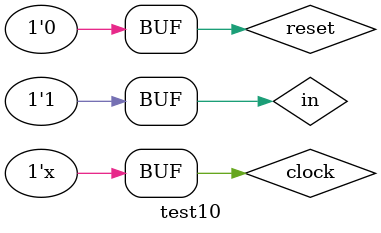
<source format=v>
module test10; 

reg clock, reset, in;
wire out;

  my_fsm U0 ( 
  .clock (clock),
  .reset (reset),
  .in    (in),
  .out  (out) 
  ); 
   
 
initial begin
  clock = 1;
  reset = 1;
  in = 0;
  $display("Starting simulation...");
  #2;
  reset = 0;
  #2;
  if (out !== 1'b0) $display("Failed 1"); 
  
  in = 1;
  #2;
  if (out !== 1'b0) $display("Failed 2");
  
  in = 0;  
  #2;
  if (out !== 1'b0) $display("Failed 3");
  
  in = 0;
  #2;
  if (out !== 1'b0) $display("Failed 4"); 
  
  in = 1;
  #2;
  if (out !== 1'b1) $display("Failed 5"); 
  
  #2; 
  if (out !== 1'b1) $display("Failed 6");  
  $display("Done...");
end 
  

always begin
   #1 clock = !clock;
end
   
endmodule
</source>
